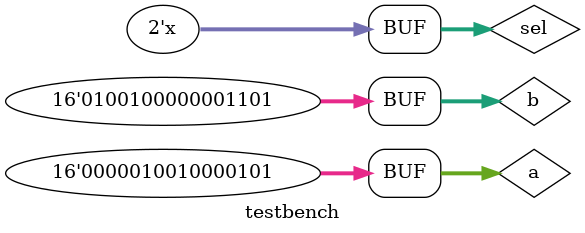
<source format=v>
module testbench();

reg [15:0] a,b;
reg [1:0] sel;
wire [15:0] z;

alu u_alu(.a(a), .b(b), .sel(sel), .z(z));

initial begin
    a = 16'b0000_0100_1000_0101;
    b = 16'b0100_1000_0000_1101;
    sel = 0;
end
always begin
    #100
    sel = sel + 1;
end
endmodule
</source>
